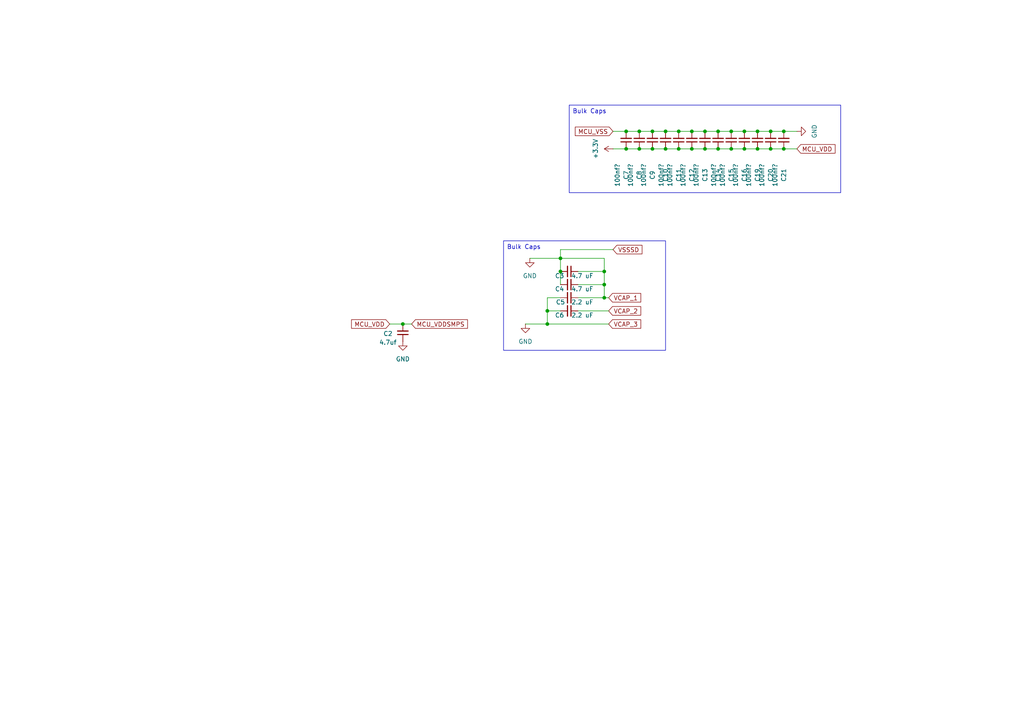
<source format=kicad_sch>
(kicad_sch (version 20250114) (generator "eeschema") (generator_version "9.0")
  (paper "A4")
  (lib_symbols
    (symbol "Device:C_Small" (pin_numbers (hide yes)) (pin_names (offset 0.254) (hide yes))
      (property "Reference" "C" (at 0.254 1.778 0))
      (property "Value" "C_Small" (at 0.254 -2.032 0))
      (symbol "C_Small_0_1"
        (polyline (pts (xy -1.524 0.508) (xy 1.524 0.508)) (stroke (width 0.3048)))
        (polyline (pts (xy -1.524 -0.508) (xy 1.524 -0.508)) (stroke (width 0.3302)))
      )
      (symbol "C_Small_1_1"
        (pin passive line (at 0 2.54 270) (length 2.032) (name "~") (number "1"))
        (pin passive line (at 0 -2.54 90) (length 2.032) (name "~") (number "2"))
      )
    )
    (symbol "power:+3.3V" (power) (pin_numbers (hide yes)) (pin_names (offset 0) (hide yes))
      (property "Value" "+3.3V" (at 0 3.556 0))
      (symbol "+3.3V_0_1"
        (polyline (pts (xy -0.762 1.27) (xy 0 2.54)))
        (polyline (pts (xy 0 2.54) (xy 0.762 1.27)))
        (polyline (pts (xy 0 0) (xy 0 2.54)))
      )
      (symbol "+3.3V_1_1"
        (pin power_in line (at 0 0 90) (length 0) (name "~") (number "1"))
      )
    )
    (symbol "power:GND" (power) (pin_numbers (hide yes)) (pin_names (offset 0) (hide yes))
      (property "Value" "GND" (at 0 -3.81 0))
      (symbol "GND_0_1"
        (polyline (pts (xy 0 0) (xy 0 -1.27) (xy 1.27 -1.27) (xy 0 -2.54) (xy -1.27 -1.27) (xy 0 -1.27)))
      )
      (symbol "GND_1_1"
        (pin power_in line (at 0 0 270) (length 0) (name "~") (number "1"))
      )
    )
  )
  (text_box "Bulk Caps" (at 165.1 30.48 0) (size 78.74 25.4) (margins 0.9525 0.9525 0.9525 0.9525) (effects (font (size 1.27 1.27)) (justify left top)))
  (text_box "Bulk Caps" (at 146.05 69.85 0) (size 46.99 31.75) (margins 0.9525 0.9525 0.9525 0.9525) (effects (font (size 1.27 1.27)) (justify left top)))
  (junction (at 181.61 43.18))
  (junction (at 175.26 78.74))
  (junction (at 204.47 43.18))
  (junction (at 193.04 43.18))
  (junction (at 116.84 93.98))
  (junction (at 215.9 43.18))
  (junction (at 204.47 38.1))
  (junction (at 227.33 38.1))
  (junction (at 189.23 38.1))
  (junction (at 162.56 74.93))
  (junction (at 212.09 38.1))
  (junction (at 223.52 38.1))
  (junction (at 162.56 78.74))
  (junction (at 175.26 86.36))
  (junction (at 158.75 93.98))
  (junction (at 193.04 38.1))
  (junction (at 200.66 43.18))
  (junction (at 208.28 38.1))
  (junction (at 200.66 38.1))
  (junction (at 196.85 43.18))
  (junction (at 219.71 43.18))
  (junction (at 223.52 43.18))
  (junction (at 196.85 38.1))
  (junction (at 175.26 82.55))
  (junction (at 212.09 43.18))
  (junction (at 227.33 43.18))
  (junction (at 219.71 38.1))
  (junction (at 208.28 43.18))
  (junction (at 185.42 43.18))
  (junction (at 215.9 38.1))
  (junction (at 185.42 38.1))
  (junction (at 181.61 38.1))
  (junction (at 189.23 43.18))
  (junction (at 158.75 90.17))
  (wire (pts (xy 158.75 90.17) (xy 162.56 90.17)))
  (wire (pts (xy 181.61 43.18) (xy 185.42 43.18)))
  (wire (pts (xy 185.42 38.1) (xy 189.23 38.1)))
  (wire (pts (xy 167.64 86.36) (xy 175.26 86.36)))
  (wire (pts (xy 167.64 78.74) (xy 175.26 78.74)))
  (wire (pts (xy 175.26 78.74) (xy 175.26 82.55)))
  (wire (pts (xy 193.04 43.18) (xy 196.85 43.18)))
  (wire (pts (xy 162.56 72.39) (xy 162.56 74.93)))
  (wire (pts (xy 212.09 43.18) (xy 215.9 43.18)))
  (wire (pts (xy 167.64 82.55) (xy 175.26 82.55)))
  (wire (pts (xy 208.28 38.1) (xy 212.09 38.1)))
  (wire (pts (xy 158.75 93.98) (xy 176.53 93.98)))
  (wire (pts (xy 219.71 38.1) (xy 223.52 38.1)))
  (wire (pts (xy 116.84 93.98) (xy 113.03 93.98)))
  (wire (pts (xy 189.23 43.18) (xy 193.04 43.18)))
  (wire (pts (xy 162.56 74.93) (xy 162.56 78.74)))
  (wire (pts (xy 162.56 74.93) (xy 175.26 74.93)))
  (wire (pts (xy 200.66 43.18) (xy 204.47 43.18)))
  (wire (pts (xy 185.42 43.18) (xy 189.23 43.18)))
  (wire (pts (xy 227.33 43.18) (xy 231.14 43.18)))
  (wire (pts (xy 196.85 43.18) (xy 200.66 43.18)))
  (wire (pts (xy 162.56 78.74) (xy 162.56 82.55)))
  (wire (pts (xy 223.52 38.1) (xy 227.33 38.1)))
  (wire (pts (xy 227.33 38.1) (xy 231.14 38.1)))
  (wire (pts (xy 204.47 38.1) (xy 208.28 38.1)))
  (wire (pts (xy 215.9 38.1) (xy 219.71 38.1)))
  (wire (pts (xy 158.75 90.17) (xy 158.75 93.98)))
  (wire (pts (xy 208.28 43.18) (xy 212.09 43.18)))
  (wire (pts (xy 167.64 90.17) (xy 176.53 90.17)))
  (wire (pts (xy 212.09 38.1) (xy 215.9 38.1)))
  (wire (pts (xy 193.04 38.1) (xy 196.85 38.1)))
  (wire (pts (xy 219.71 43.18) (xy 223.52 43.18)))
  (wire (pts (xy 153.67 74.93) (xy 162.56 74.93)))
  (wire (pts (xy 152.4 93.98) (xy 158.75 93.98)))
  (wire (pts (xy 204.47 43.18) (xy 208.28 43.18)))
  (wire (pts (xy 177.8 72.39) (xy 162.56 72.39)))
  (wire (pts (xy 158.75 86.36) (xy 158.75 90.17)))
  (wire (pts (xy 175.26 74.93) (xy 175.26 78.74)))
  (wire (pts (xy 162.56 86.36) (xy 158.75 86.36)))
  (wire (pts (xy 175.26 82.55) (xy 175.26 86.36)))
  (wire (pts (xy 181.61 38.1) (xy 185.42 38.1)))
  (wire (pts (xy 223.52 43.18) (xy 227.33 43.18)))
  (wire (pts (xy 189.23 38.1) (xy 193.04 38.1)))
  (wire (pts (xy 215.9 43.18) (xy 219.71 43.18)))
  (wire (pts (xy 177.8 38.1) (xy 181.61 38.1)))
  (wire (pts (xy 119.38 93.98) (xy 116.84 93.98)))
  (wire (pts (xy 200.66 38.1) (xy 204.47 38.1)))
  (wire (pts (xy 175.26 86.36) (xy 176.53 86.36)))
  (wire (pts (xy 196.85 38.1) (xy 200.66 38.1)))
  (wire (pts (xy 177.8 43.18) (xy 181.61 43.18)))
  (global_label "MCU_VDDSMPS" (shape input) (at 119.38 93.98 0) (property "Intersheetrefs" "${INTERSHEET_REFS}" (effects (hide yes))))
  (global_label "VCAP_1" (shape input) (at 176.53 86.36 0) (property "Intersheetrefs" "${INTERSHEET_REFS}" (effects (hide yes))))
  (global_label "MCU_VSS" (shape input) (at 177.8 38.1 180) (property "Intersheetrefs" "${INTERSHEET_REFS}" (effects (hide yes))))
  (global_label "MCU_VDD" (shape input) (at 113.03 93.98 180) (property "Intersheetrefs" "${INTERSHEET_REFS}" (effects (hide yes))))
  (global_label "VSSSD" (shape input) (at 177.8 72.39 0) (property "Intersheetrefs" "${INTERSHEET_REFS}" (effects (hide yes))))
  (global_label "MCU_VDD" (shape input) (at 231.14 43.18 0) (property "Intersheetrefs" "${INTERSHEET_REFS}" (effects (hide yes))))
  (global_label "VCAP_3" (shape input) (at 176.53 93.98 0) (property "Intersheetrefs" "${INTERSHEET_REFS}" (effects (hide yes))))
  (global_label "VCAP_2" (shape input) (at 176.53 90.17 0) (property "Intersheetrefs" "${INTERSHEET_REFS}" (effects (hide yes))))
  (symbol (lib_id "Device:C_Small") (at 208.28 40.64 180) (unit 1)
    (property "Reference" "C14" (at 208.28 50.8 90))
    (property "Value" "100nf?" (at 207.01 50.8 90))
    (property "Footprint" "Capacitor_SMD:C_0603_1608Metric" (effects (hide yes)))
    (property "Description" "Unpolarized capacitor, small symbol" (effects (hide yes)))
    (instances (project "OBC" (path "" (reference "C14") (unit 1))) (project "STM_Hardware" (path "" (reference "C9") (unit 1))))
  )
  (symbol (lib_id "Device:C_Small") (at 204.47 40.64 180) (unit 1)
    (property "Reference" "C13" (at 204.47 50.8 90))
    (property "Value" "100nf?" (at 201.93 50.8 90))
    (property "Footprint" "Capacitor_SMD:C_0603_1608Metric" (effects (hide yes)))
    (property "Description" "Unpolarized capacitor, small symbol" (effects (hide yes)))
    (instances (project "OBC" (path "" (reference "C13") (unit 1))) (project "STM_Hardware" (path "" (reference "C8") (unit 1))))
  )
  (symbol (lib_id "Device:C_Small") (at 223.52 40.64 180) (unit 1)
    (property "Reference" "C20" (at 223.52 50.8 90))
    (property "Value" "100nf?" (at 220.98 50.8 90))
    (property "Footprint" "Capacitor_SMD:C_0603_1608Metric" (effects (hide yes)))
    (property "Description" "Unpolarized capacitor, small symbol" (effects (hide yes)))
    (instances (project "OBC" (path "" (reference "C20") (unit 1))) (project "STM_Hardware" (path "" (reference "C13") (unit 1))))
  )
  (symbol (lib_id "power:GND") (at 153.67 74.93 0) (unit 1)
    (property "Reference" "#PWR03" (effects (hide yes)))
    (property "Value" "GND" (at 153.67 80.01 0))
    (property "Description" "Power symbol creates a global label with name \"GND\" , ground" (effects (hide yes)))
    (instances (project "OBC" (path "" (reference "#PWR03") (unit 1))) (project "" (path "" (reference "#PWR07") (unit 1))))
  )
  (symbol (lib_id "Device:C_Small") (at 189.23 40.64 180) (unit 1)
    (property "Reference" "C9" (at 189.23 50.8 90))
    (property "Value" "100nf?" (at 186.69 50.8 90))
    (property "Footprint" "Capacitor_SMD:C_0603_1608Metric" (effects (hide yes)))
    (property "Description" "Unpolarized capacitor, small symbol" (effects (hide yes)))
    (instances (project "OBC" (path "" (reference "C9") (unit 1))) (project "STM_Hardware" (path "" (reference "C4") (unit 1))))
  )
  (symbol (lib_id "Device:C_Small") (at 200.66 40.64 180) (unit 1)
    (property "Reference" "C12" (at 200.66 50.8 90))
    (property "Value" "100nf?" (at 198.12 50.8 90))
    (property "Footprint" "Capacitor_SMD:C_0603_1608Metric" (effects (hide yes)))
    (property "Description" "Unpolarized capacitor, small symbol" (effects (hide yes)))
    (instances (project "OBC" (path "" (reference "C12") (unit 1))) (project "STM_Hardware" (path "" (reference "C7") (unit 1))))
  )
  (symbol (lib_id "Device:C_Small") (at 212.09 40.64 180) (unit 1)
    (property "Reference" "C15" (at 212.09 50.8 90))
    (property "Value" "100nf?" (at 209.55 50.8 90))
    (property "Footprint" "Capacitor_SMD:C_0603_1608Metric" (effects (hide yes)))
    (property "Description" "Unpolarized capacitor, small symbol" (effects (hide yes)))
    (instances (project "OBC" (path "" (reference "C15") (unit 1))) (project "STM_Hardware" (path "" (reference "C10") (unit 1))))
  )
  (symbol (lib_id "Device:C_Small") (at 165.1 78.74 270) (unit 1)
    (property "Reference" "C3" (at 162.306 80.01 90))
    (property "Value" "4.7 uF" (at 168.91 80.01 90))
    (property "Footprint" "Capacitor_SMD:C_0603_1608Metric" (effects (hide yes)))
    (property "Description" "Unpolarized capacitor, small symbol" (effects (hide yes)))
    (instances (project "OBC" (path "" (reference "C3") (unit 1))) (project "STM_Hardware" (path "" (reference "C25") (unit 1))))
  )
  (symbol (lib_id "Device:C_Small") (at 165.1 90.17 270) (unit 1)
    (property "Reference" "C6" (at 162.306 91.44 90))
    (property "Value" "2.2 uF" (at 168.91 91.44 90))
    (property "Footprint" "Capacitor_SMD:C_0603_1608Metric" (effects (hide yes)))
    (property "Description" "Unpolarized capacitor, small symbol" (effects (hide yes)))
    (instances (project "OBC" (path "" (reference "C6") (unit 1))) (project "STM_Hardware" (path "" (reference "C22") (unit 1))))
  )
  (symbol (lib_id "Device:C_Small") (at 165.1 86.36 270) (unit 1)
    (property "Reference" "C5" (at 162.56 87.63 90))
    (property "Value" "2.2 uF" (at 168.91 87.63 90))
    (property "Footprint" "Capacitor_SMD:C_0603_1608Metric" (effects (hide yes)))
    (property "Description" "Unpolarized capacitor, small symbol" (effects (hide yes)))
    (instances (project "OBC" (path "" (reference "C5") (unit 1))) (project "STM_Hardware" (path "" (reference "C21") (unit 1))))
  )
  (symbol (lib_id "Device:C_Small") (at 215.9 40.64 180) (unit 1)
    (property "Reference" "C16" (at 215.9 50.8 90))
    (property "Value" "100nf?" (at 213.36 50.8 90))
    (property "Footprint" "Capacitor_SMD:C_0603_1608Metric" (effects (hide yes)))
    (property "Description" "Unpolarized capacitor, small symbol" (effects (hide yes)))
    (instances (project "OBC" (path "" (reference "C16") (unit 1))) (project "STM_Hardware" (path "" (reference "C11") (unit 1))))
  )
  (symbol (lib_id "Device:C_Small") (at 193.04 40.64 180) (unit 1)
    (property "Reference" "C10" (at 193.04 50.8 90))
    (property "Value" "100nf?" (at 191.77 50.8 90))
    (property "Footprint" "Capacitor_SMD:C_0603_1608Metric" (effects (hide yes)))
    (property "Description" "Unpolarized capacitor, small symbol" (effects (hide yes)))
    (instances (project "OBC" (path "" (reference "C10") (unit 1))) (project "STM_Hardware" (path "" (reference "C5") (unit 1))))
  )
  (symbol (lib_id "Device:C_Small") (at 116.84 96.52 180) (unit 1)
    (property "Reference" "C2" (at 112.522 96.774 0))
    (property "Value" "4.7uf" (at 112.522 99.314 0))
    (property "Footprint" "Capacitor_SMD:C_0603_1608Metric" (effects (hide yes)))
    (property "Description" "Unpolarized capacitor, small symbol" (effects (hide yes)))
    (instances (project "OBC" (path "" (reference "C2") (unit 1))) (project "STM_Hardware" (path "" (reference "C17") (unit 1))))
  )
  (symbol (lib_id "Device:C_Small") (at 196.85 40.64 180) (unit 1)
    (property "Reference" "C11" (at 196.85 50.8 90))
    (property "Value" "100nf?" (at 194.31 50.8 90))
    (property "Footprint" "Capacitor_SMD:C_0603_1608Metric" (effects (hide yes)))
    (property "Description" "Unpolarized capacitor, small symbol" (effects (hide yes)))
    (instances (project "OBC" (path "" (reference "C11") (unit 1))) (project "STM_Hardware" (path "" (reference "C6") (unit 1))))
  )
  (symbol (lib_id "Device:C_Small") (at 181.61 40.64 180) (unit 1)
    (property "Reference" "C7" (at 181.61 50.8 90))
    (property "Value" "100nf?" (at 179.07 50.8 90))
    (property "Footprint" "Capacitor_SMD:C_0603_1608Metric" (effects (hide yes)))
    (property "Description" "Unpolarized capacitor, small symbol" (effects (hide yes)))
    (instances (project "OBC" (path "" (reference "C7") (unit 1))) (project "STM_Hardware" (path "" (reference "C2") (unit 1))))
  )
  (symbol (lib_id "Device:C_Small") (at 219.71 40.64 180) (unit 1)
    (property "Reference" "C19" (at 219.71 50.8 90))
    (property "Value" "100nf?" (at 217.17 50.8 90))
    (property "Footprint" "Capacitor_SMD:C_0603_1608Metric" (effects (hide yes)))
    (property "Description" "Unpolarized capacitor, small symbol" (effects (hide yes)))
    (instances (project "OBC" (path "" (reference "C19") (unit 1))) (project "STM_Hardware" (path "" (reference "C12") (unit 1))))
  )
  (symbol (lib_id "Device:C_Small") (at 227.33 40.64 180) (unit 1)
    (property "Reference" "C21" (at 227.33 50.8 90))
    (property "Value" "100nf?" (at 224.79 50.8 90))
    (property "Footprint" "Capacitor_SMD:C_0603_1608Metric" (effects (hide yes)))
    (property "Description" "Unpolarized capacitor, small symbol" (effects (hide yes)))
    (instances (project "OBC" (path "" (reference "C21") (unit 1))) (project "STM_Hardware" (path "" (reference "C14") (unit 1))))
  )
  (symbol (lib_id "power:GND") (at 231.14 38.1 90) (unit 1)
    (property "Reference" "#PWR07" (effects (hide yes)))
    (property "Value" "GND" (at 236.22 38.1 0))
    (property "Description" "Power symbol creates a global label with name \"GND\" , ground" (effects (hide yes)))
    (instances (project "OBC" (path "" (reference "#PWR07") (unit 1))) (project "STM_Hardware" (path "" (reference "#PWR0101") (unit 1))))
  )
  (symbol (lib_id "power:GND") (at 116.84 99.06 0) (unit 1)
    (property "Reference" "#PWR01" (effects (hide yes)))
    (property "Value" "GND" (at 116.84 104.14 0))
    (property "Description" "Power symbol creates a global label with name \"GND\" , ground" (effects (hide yes)))
    (instances (project "OBC" (path "" (reference "#PWR01") (unit 1))) (project "STM_Hardware" (path "" (reference "#PWR02") (unit 1))))
  )
  (symbol (lib_id "power:+3.3V") (at 177.8 43.18 90) (unit 1)
    (property "Reference" "#PWR06" (effects (hide yes)))
    (property "Value" "+3.3V" (at 172.72 43.18 0))
    (property "Description" "Power symbol creates a global label with name \"+3.3V\"" (effects (hide yes)))
    (instances (project "OBC" (path "" (reference "#PWR06") (unit 1))) (project "STM_Hardware" (path "" (reference "#PWR01") (unit 1))))
  )
  (symbol (lib_id "Device:C_Small") (at 185.42 40.64 180) (unit 1)
    (property "Reference" "C8" (at 185.42 50.8 90))
    (property "Value" "100nf?" (at 182.88 50.8 90))
    (property "Footprint" "Capacitor_SMD:C_0603_1608Metric" (effects (hide yes)))
    (property "Description" "Unpolarized capacitor, small symbol" (effects (hide yes)))
    (instances (project "OBC" (path "" (reference "C8") (unit 1))) (project "STM_Hardware" (path "" (reference "C3") (unit 1))))
  )
  (symbol (lib_id "power:GND") (at 152.4 93.98 0) (unit 1)
    (property "Reference" "#PWR02" (effects (hide yes)))
    (property "Value" "GND" (at 152.4 99.06 0))
    (property "Description" "Power symbol creates a global label with name \"GND\" , ground" (effects (hide yes)))
    (instances (project "OBC" (path "" (reference "#PWR02") (unit 1))) (project "" (path "" (reference "#PWR06") (unit 1))))
  )
  (symbol (lib_id "Device:C_Small") (at 165.1 82.55 270) (unit 1)
    (property "Reference" "C4" (at 162.306 83.82 90))
    (property "Value" "4.7 uF" (at 168.91 83.82 90))
    (property "Footprint" "Capacitor_SMD:C_0603_1608Metric" (effects (hide yes)))
    (property "Description" "Unpolarized capacitor, small symbol" (effects (hide yes)))
    (instances (project "OBC" (path "" (reference "C4") (unit 1))) (project "STM_Hardware" (path "" (reference "C26") (unit 1))))
  )
)
</source>
